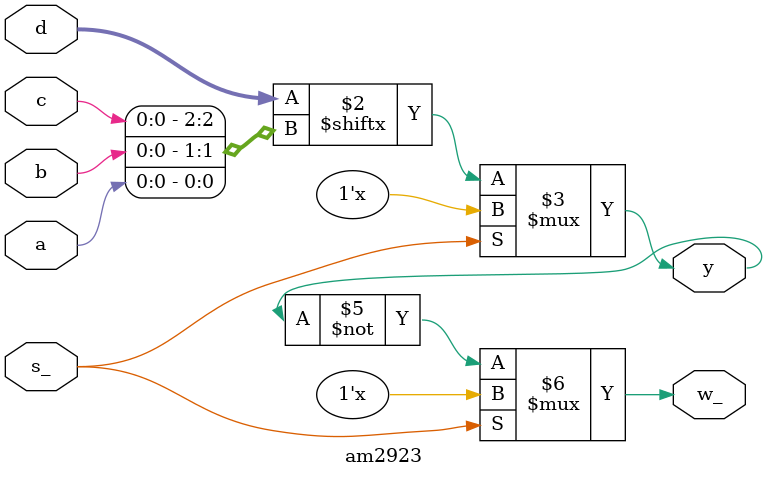
<source format=v>


module am2923(d, a,b,c, s_, y, w_);
input [7:0] d;
input a,b,c;
input s_;

output y, w_;

assign y  = (s_ == 1'b0) ? d[{c,b,a}] : 1'bz;
assign w_ = (s_ == 1'b0) ? ~y : 1'bz;

endmodule

</source>
